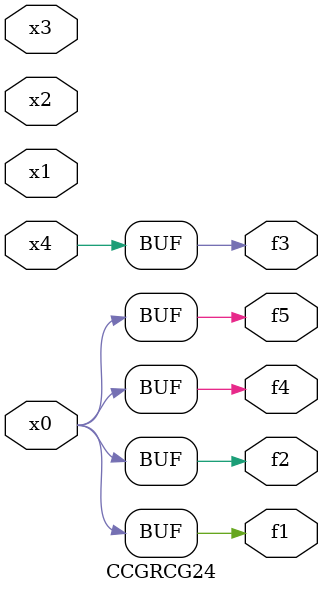
<source format=v>
module CCGRCG24(
	input x0, x1, x2, x3, x4,
	output f1, f2, f3, f4, f5
);
	assign f1 = x0;
	assign f2 = x0;
	assign f3 = x4;
	assign f4 = x0;
	assign f5 = x0;
endmodule

</source>
